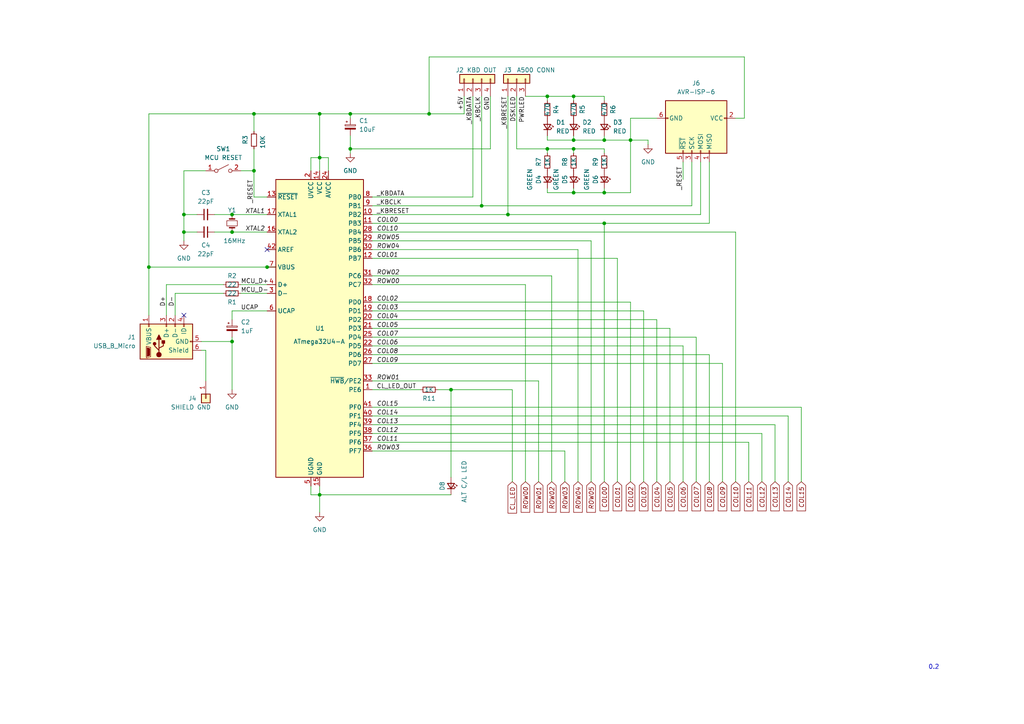
<source format=kicad_sch>
(kicad_sch (version 20230121) (generator eeschema)
  (paper "A4")
  (title_block (title "Keyboard controller"))
  (lib_symbols
    (symbol "Connector:AVR-ISP-6" (pin_names (offset 1.016))
      (property "Reference" "J" (at -6.35 11.43 0))
      (property "Value" "AVR-ISP-6" (at 0 11.43 0))
      (symbol "AVR-ISP-6_0_1"
        (rectangle (start -2.667 -6.858) (end -2.413 -7.62))
        (rectangle (start -2.667 10.16) (end -2.413 9.398))
        (rectangle (start 7.62 -2.413) (end 6.858 -2.667))
        (rectangle (start 7.62 0.127) (end 6.858 -0.127))
        (rectangle (start 7.62 2.667) (end 6.858 2.413))
        (rectangle (start 7.62 5.207) (end 6.858 4.953))
        (rectangle (start 7.62 10.16) (end -7.62 -7.62) (stroke (width 0.254)) (fill (type background)))
      )
      (symbol "AVR-ISP-6_1_1"
        (pin passive line (at 10.16 5.08 180) (length 2.54) (name "MISO") (number "1"))
        (pin passive line (at -2.54 12.7 270) (length 2.54) (name "VCC") (number "2"))
        (pin passive line (at 10.16 0 180) (length 2.54) (name "SCK") (number "3"))
        (pin passive line (at 10.16 2.54 180) (length 2.54) (name "MOSI") (number "4"))
        (pin passive line (at 10.16 -2.54 180) (length 2.54) (name "~{RST}") (number "5"))
        (pin passive line (at -2.54 -10.16 90) (length 2.54) (name "GND") (number "6"))
      )
    )
    (symbol "Connector:USB_B_Micro" (pin_names (offset 1.016))
      (property "Reference" "J" (at -5.08 11.43 0))
      (property "Value" "USB_B_Micro" (at -5.08 8.89 0))
      (symbol "USB_B_Micro_0_1"
        (rectangle (start -5.08 -7.62) (end 5.08 7.62) (stroke (width 0.254)) (fill (type background)))
        (circle (center -3.81 2.159) (radius 0.635) (stroke (width 0.254)) (fill (type outline)))
        (circle (center -0.635 3.429) (radius 0.381) (stroke (width 0.254)) (fill (type outline)))
        (rectangle (start -0.127 -7.62) (end 0.127 -6.858))
        (polyline (pts (xy -1.905 2.159) (xy 0.635 2.159)) (stroke (width 0.254)))
        (polyline (pts (xy -3.175 2.159) (xy -2.54 2.159) (xy -1.27 3.429) (xy -0.635 3.429)) (stroke (width 0.254)))
        (polyline (pts (xy -2.54 2.159) (xy -1.905 2.159) (xy -1.27 0.889) (xy 0 0.889)) (stroke (width 0.254)))
        (polyline (pts (xy 0.635 2.794) (xy 0.635 1.524) (xy 1.905 2.159) (xy 0.635 2.794)) (stroke (width 0.254)) (fill (type outline)))
        (polyline (pts (xy -4.318 5.588) (xy -1.778 5.588) (xy -2.032 4.826) (xy -4.064 4.826) (xy -4.318 5.588)) (fill (type outline)))
        (polyline (pts (xy -4.699 5.842) (xy -4.699 5.588) (xy -4.445 4.826) (xy -4.445 4.572) (xy -1.651 4.572) (xy -1.651 4.826) (xy -1.397 5.588) (xy -1.397 5.842) (xy -4.699 5.842)))
        (rectangle (start 0.254 1.27) (end -0.508 0.508) (stroke (width 0.254)) (fill (type outline)))
        (rectangle (start 5.08 -5.207) (end 4.318 -4.953))
        (rectangle (start 5.08 -2.667) (end 4.318 -2.413))
        (rectangle (start 5.08 -0.127) (end 4.318 0.127))
        (rectangle (start 5.08 4.953) (end 4.318 5.207))
      )
      (symbol "USB_B_Micro_1_1"
        (pin power_out line (at 7.62 5.08 180) (length 2.54) (name "VBUS") (number "1"))
        (pin bidirectional line (at 7.62 -2.54 180) (length 2.54) (name "D-") (number "2"))
        (pin bidirectional line (at 7.62 0 180) (length 2.54) (name "D+") (number "3"))
        (pin passive line (at 7.62 -5.08 180) (length 2.54) (name "ID") (number "4"))
        (pin power_out line (at 0 -10.16 90) (length 2.54) (name "GND") (number "5"))
        (pin passive line (at -2.54 -10.16 90) (length 2.54) (name "Shield") (number "6"))
      )
    )
    (symbol "Connector_Generic:Conn_01x01" (pin_names (offset 1.016) hide)
      (property "Reference" "J" (at 0 2.54 0))
      (property "Value" "Conn_01x01" (at 0 -2.54 0))
      (symbol "Conn_01x01_1_1"
        (rectangle (start -1.27 0.127) (end 0 -0.127) (stroke (width 0.1524)))
        (rectangle (start -1.27 1.27) (end 1.27 -1.27) (stroke (width 0.254)) (fill (type background)))
        (pin passive line (at -5.08 0 0) (length 3.81) (name "Pin_1") (number "1"))
      )
    )
    (symbol "Connector_Generic:Conn_01x03" (pin_names (offset 1.016) hide)
      (property "Reference" "J" (at 0 5.08 0))
      (property "Value" "Conn_01x03" (at 0 -5.08 0))
      (symbol "Conn_01x03_1_1"
        (rectangle (start -1.27 -2.413) (end 0 -2.667) (stroke (width 0.1524)))
        (rectangle (start -1.27 0.127) (end 0 -0.127) (stroke (width 0.1524)))
        (rectangle (start -1.27 2.667) (end 0 2.413) (stroke (width 0.1524)))
        (rectangle (start -1.27 3.81) (end 1.27 -3.81) (stroke (width 0.254)) (fill (type background)))
        (pin passive line (at -5.08 2.54 0) (length 3.81) (name "Pin_1") (number "1"))
        (pin passive line (at -5.08 0 0) (length 3.81) (name "Pin_2") (number "2"))
        (pin passive line (at -5.08 -2.54 0) (length 3.81) (name "Pin_3") (number "3"))
      )
    )
    (symbol "Connector_Generic:Conn_01x04" (pin_names (offset 1.016) hide)
      (property "Reference" "J" (at 0 5.08 0))
      (property "Value" "Conn_01x04" (at 0 -7.62 0))
      (symbol "Conn_01x04_1_1"
        (rectangle (start -1.27 -4.953) (end 0 -5.207) (stroke (width 0.1524)))
        (rectangle (start -1.27 -2.413) (end 0 -2.667) (stroke (width 0.1524)))
        (rectangle (start -1.27 0.127) (end 0 -0.127) (stroke (width 0.1524)))
        (rectangle (start -1.27 2.667) (end 0 2.413) (stroke (width 0.1524)))
        (rectangle (start -1.27 3.81) (end 1.27 -6.35) (stroke (width 0.254)) (fill (type background)))
        (pin passive line (at -5.08 2.54 0) (length 3.81) (name "Pin_1") (number "1"))
        (pin passive line (at -5.08 0 0) (length 3.81) (name "Pin_2") (number "2"))
        (pin passive line (at -5.08 -2.54 0) (length 3.81) (name "Pin_3") (number "3"))
        (pin passive line (at -5.08 -5.08 0) (length 3.81) (name "Pin_4") (number "4"))
      )
    )
    (symbol "Device:C_Polarized_Small" (pin_numbers hide) (pin_names (offset 0.254) hide)
      (property "Reference" "C" (at 0.254 1.778 0))
      (property "Value" "C_Polarized_Small" (at 0.254 -2.032 0))
      (symbol "C_Polarized_Small_0_1"
        (rectangle (start -1.524 -0.3048) (end 1.524 -0.6858) (fill (type outline)))
        (rectangle (start -1.524 0.6858) (end 1.524 0.3048))
        (polyline (pts (xy -1.27 1.524) (xy -0.762 1.524)))
        (polyline (pts (xy -1.016 1.27) (xy -1.016 1.778)))
      )
      (symbol "C_Polarized_Small_1_1"
        (pin passive line (at 0 2.54 270) (length 1.8542) (name "~") (number "1"))
        (pin passive line (at 0 -2.54 90) (length 1.8542) (name "~") (number "2"))
      )
    )
    (symbol "Device:C_Small" (pin_numbers hide) (pin_names (offset 0.254) hide)
      (property "Reference" "C" (at 0.254 1.778 0))
      (property "Value" "C_Small" (at 0.254 -2.032 0))
      (symbol "C_Small_0_1"
        (polyline (pts (xy -1.524 -0.508) (xy 1.524 -0.508)) (stroke (width 0.3302)))
        (polyline (pts (xy -1.524 0.508) (xy 1.524 0.508)) (stroke (width 0.3048)))
      )
      (symbol "C_Small_1_1"
        (pin passive line (at 0 2.54 270) (length 2.032) (name "~") (number "1"))
        (pin passive line (at 0 -2.54 90) (length 2.032) (name "~") (number "2"))
      )
    )
    (symbol "Device:Crystal_Small" (pin_numbers hide) (pin_names (offset 1.016) hide)
      (property "Reference" "Y" (at 0 2.54 0))
      (property "Value" "Crystal_Small" (at 0 -2.54 0))
      (symbol "Crystal_Small_0_1"
        (rectangle (start -0.762 -1.524) (end 0.762 1.524))
        (polyline (pts (xy -1.27 -0.762) (xy -1.27 0.762)) (stroke (width 0.381)))
        (polyline (pts (xy 1.27 -0.762) (xy 1.27 0.762)) (stroke (width 0.381)))
      )
      (symbol "Crystal_Small_1_1"
        (pin passive line (at -2.54 0 0) (length 1.27) (name "1") (number "1"))
        (pin passive line (at 2.54 0 180) (length 1.27) (name "2") (number "2"))
      )
    )
    (symbol "Device:LED_Small" (pin_numbers hide) (pin_names (offset 0.254) hide)
      (property "Reference" "D" (at -1.27 3.175 0))
      (property "Value" "LED_Small" (at -4.445 -2.54 0))
      (symbol "LED_Small_0_1"
        (polyline (pts (xy -0.762 -1.016) (xy -0.762 1.016)) (stroke (width 0.254)))
        (polyline (pts (xy 1.016 0) (xy -0.762 0)))
        (polyline (pts (xy 0.762 -1.016) (xy -0.762 0) (xy 0.762 1.016) (xy 0.762 -1.016)) (stroke (width 0.254)))
        (polyline (pts (xy 0 0.762) (xy -0.508 1.27) (xy -0.254 1.27) (xy -0.508 1.27) (xy -0.508 1.016)))
        (polyline (pts (xy 0.508 1.27) (xy 0 1.778) (xy 0.254 1.778) (xy 0 1.778) (xy 0 1.524)))
      )
      (symbol "LED_Small_1_1"
        (pin passive line (at -2.54 0 0) (length 1.778) (name "K") (number "1"))
        (pin passive line (at 2.54 0 180) (length 1.778) (name "A") (number "2"))
      )
    )
    (symbol "Device:R_Small" (pin_numbers hide) (pin_names (offset 0.254) hide)
      (property "Reference" "R" (at 0.762 0.508 0))
      (property "Value" "R_Small" (at 0.762 -1.016 0))
      (symbol "R_Small_0_1"
        (rectangle (start -0.762 1.778) (end 0.762 -1.778) (stroke (width 0.2032)))
      )
      (symbol "R_Small_1_1"
        (pin passive line (at 0 2.54 270) (length 0.762) (name "~") (number "1"))
        (pin passive line (at 0 -2.54 90) (length 0.762) (name "~") (number "2"))
      )
    )
    (symbol "MCU_Microchip_ATmega:ATmega32U4-A"
      (property "Reference" "U" (at -12.7 44.45 0))
      (property "Value" "ATmega32U4-A" (at 2.54 -44.45 0))
      (symbol "ATmega32U4-A_0_1"
        (rectangle (start -12.7 -43.18) (end 12.7 43.18) (stroke (width 0.254)) (fill (type background)))
      )
      (symbol "ATmega32U4-A_1_1"
        (pin bidirectional line (at 15.24 -17.78 180) (length 2.54) (name "PE6") (number "1"))
        (pin bidirectional line (at 15.24 33.02 180) (length 2.54) (name "PB2") (number "10"))
        (pin bidirectional line (at 15.24 30.48 180) (length 2.54) (name "PB3") (number "11"))
        (pin bidirectional line (at 15.24 20.32 180) (length 2.54) (name "PB7") (number "12"))
        (pin input line (at -15.24 38.1 0) (length 2.54) (name "~{RESET}") (number "13"))
        (pin power_in line (at 0 45.72 270) (length 2.54) (name "VCC") (number "14"))
        (pin power_in line (at 0 -45.72 90) (length 2.54) (name "GND") (number "15"))
        (pin output line (at -15.24 27.94 0) (length 2.54) (name "XTAL2") (number "16"))
        (pin input line (at -15.24 33.02 0) (length 2.54) (name "XTAL1") (number "17"))
        (pin bidirectional line (at 15.24 7.62 180) (length 2.54) (name "PD0") (number "18"))
        (pin bidirectional line (at 15.24 5.08 180) (length 2.54) (name "PD1") (number "19"))
        (pin power_in line (at -2.54 45.72 270) (length 2.54) (name "UVCC") (number "2"))
        (pin bidirectional line (at 15.24 2.54 180) (length 2.54) (name "PD2") (number "20"))
        (pin bidirectional line (at 15.24 0 180) (length 2.54) (name "PD3") (number "21"))
        (pin bidirectional line (at 15.24 -5.08 180) (length 2.54) (name "PD5") (number "22"))
        (pin passive line (at 0 -45.72 90) (length 2.54) hide (name "GND") (number "23"))
        (pin power_in line (at 2.54 45.72 270) (length 2.54) (name "AVCC") (number "24"))
        (pin bidirectional line (at 15.24 -2.54 180) (length 2.54) (name "PD4") (number "25"))
        (pin bidirectional line (at 15.24 -7.62 180) (length 2.54) (name "PD6") (number "26"))
        (pin bidirectional line (at 15.24 -10.16 180) (length 2.54) (name "PD7") (number "27"))
        (pin bidirectional line (at 15.24 27.94 180) (length 2.54) (name "PB4") (number "28"))
        (pin bidirectional line (at 15.24 25.4 180) (length 2.54) (name "PB5") (number "29"))
        (pin bidirectional line (at -15.24 10.16 0) (length 2.54) (name "D-") (number "3"))
        (pin bidirectional line (at 15.24 22.86 180) (length 2.54) (name "PB6") (number "30"))
        (pin bidirectional line (at 15.24 15.24 180) (length 2.54) (name "PC6") (number "31"))
        (pin bidirectional line (at 15.24 12.7 180) (length 2.54) (name "PC7") (number "32"))
        (pin bidirectional line (at 15.24 -15.24 180) (length 2.54) (name "~{HWB}/PE2") (number "33"))
        (pin passive line (at 0 45.72 270) (length 2.54) hide (name "VCC") (number "34"))
        (pin passive line (at 0 -45.72 90) (length 2.54) hide (name "GND") (number "35"))
        (pin bidirectional line (at 15.24 -35.56 180) (length 2.54) (name "PF7") (number "36"))
        (pin bidirectional line (at 15.24 -33.02 180) (length 2.54) (name "PF6") (number "37"))
        (pin bidirectional line (at 15.24 -30.48 180) (length 2.54) (name "PF5") (number "38"))
        (pin bidirectional line (at 15.24 -27.94 180) (length 2.54) (name "PF4") (number "39"))
        (pin bidirectional line (at -15.24 12.7 0) (length 2.54) (name "D+") (number "4"))
        (pin bidirectional line (at 15.24 -25.4 180) (length 2.54) (name "PF1") (number "40"))
        (pin bidirectional line (at 15.24 -22.86 180) (length 2.54) (name "PF0") (number "41"))
        (pin passive line (at -15.24 22.86 0) (length 2.54) (name "AREF") (number "42"))
        (pin passive line (at 0 -45.72 90) (length 2.54) hide (name "GND") (number "43"))
        (pin passive line (at 2.54 45.72 270) (length 2.54) hide (name "AVCC") (number "44"))
        (pin passive line (at -2.54 -45.72 90) (length 2.54) (name "UGND") (number "5"))
        (pin passive line (at -15.24 5.08 0) (length 2.54) (name "UCAP") (number "6"))
        (pin input line (at -15.24 17.78 0) (length 2.54) (name "VBUS") (number "7"))
        (pin bidirectional line (at 15.24 38.1 180) (length 2.54) (name "PB0") (number "8"))
        (pin bidirectional line (at 15.24 35.56 180) (length 2.54) (name "PB1") (number "9"))
      )
    )
    (symbol "Switch:SW_SPST" (pin_names (offset 0) hide)
      (property "Reference" "SW" (at 0 3.175 0))
      (property "Value" "SW_SPST" (at 0 -2.54 0))
      (symbol "SW_SPST_0_0"
        (circle (center -2.032 0) (radius 0.508))
        (polyline (pts (xy -1.524 0.254) (xy 1.524 1.778)))
        (circle (center 2.032 0) (radius 0.508))
      )
      (symbol "SW_SPST_1_1"
        (pin passive line (at -5.08 0 0) (length 2.54) (name "A") (number "1"))
        (pin passive line (at 5.08 0 180) (length 2.54) (name "B") (number "2"))
      )
    )
    (symbol "power:GND" (power) (pin_names (offset 0))
      (property "Value" "GND" (at 0 -3.81 0))
      (symbol "GND_0_1"
        (polyline (pts (xy 0 0) (xy 0 -1.27) (xy 1.27 -1.27) (xy 0 -2.54) (xy -1.27 -1.27) (xy 0 -1.27)))
      )
      (symbol "GND_1_1"
        (pin power_in line (at 0 0 270) (length 0) hide (name "GND") (number "1"))
      )
    )
  )
  (junction (at 166.37 40.64))
  (junction (at 175.26 64.77))
  (junction (at 182.88 40.64))
  (junction (at 166.37 55.88))
  (junction (at 67.31 67.31))
  (junction (at 130.81 113.03))
  (junction (at 139.7 59.69))
  (junction (at 67.31 62.23))
  (junction (at 101.6 43.18))
  (junction (at 73.66 33.02))
  (junction (at 158.75 43.18))
  (junction (at 147.32 62.23))
  (junction (at 53.34 62.23))
  (junction (at 77.47 77.47))
  (junction (at 158.75 27.94))
  (junction (at 67.31 99.06))
  (junction (at 92.71 45.72))
  (junction (at 92.71 33.02))
  (junction (at 124.46 33.02))
  (junction (at 43.18 77.47))
  (junction (at 73.66 49.53))
  (junction (at 92.71 143.51))
  (junction (at 166.37 27.94))
  (junction (at 53.34 67.31))
  (junction (at 175.26 40.64))
  (junction (at 166.37 43.18))
  (junction (at 175.26 55.88))
  (junction (at 101.6 33.02))
  (no_connect (at 77.47 72.39))
  (no_connect (at 53.34 91.44))
  (wire (pts (xy 107.95 64.77) (xy 175.26 64.77)))
  (wire (pts (xy 220.98 125.73) (xy 220.98 139.7)))
  (wire (pts (xy 224.79 123.19) (xy 107.95 123.19)))
  (wire (pts (xy 149.86 43.18) (xy 158.75 43.18)))
  (wire (pts (xy 80.01 77.47) (xy 77.47 77.47)))
  (wire (pts (xy 101.6 34.29) (xy 101.6 33.02)))
  (wire (pts (xy 107.95 105.41) (xy 209.55 105.41)))
  (wire (pts (xy 59.69 49.53) (xy 53.34 49.53)))
  (wire (pts (xy 107.95 87.63) (xy 182.88 87.63)))
  (wire (pts (xy 158.75 54.61) (xy 158.75 55.88)))
  (wire (pts (xy 62.23 67.31) (xy 67.31 67.31)))
  (wire (pts (xy 166.37 55.88) (xy 166.37 54.61)))
  (wire (pts (xy 175.26 43.18) (xy 175.26 44.45)))
  (wire (pts (xy 186.69 90.17) (xy 186.69 139.7)))
  (wire (pts (xy 107.95 57.15) (xy 137.16 57.15)))
  (wire (pts (xy 107.95 100.33) (xy 198.12 100.33)))
  (wire (pts (xy 166.37 27.94) (xy 175.26 27.94)))
  (wire (pts (xy 67.31 97.79) (xy 67.31 99.06)))
  (wire (pts (xy 101.6 43.18) (xy 142.24 43.18)))
  (wire (pts (xy 92.71 143.51) (xy 92.71 148.59)))
  (wire (pts (xy 73.66 57.15) (xy 77.47 57.15)))
  (wire (pts (xy 175.26 64.77) (xy 205.74 64.77)))
  (wire (pts (xy 205.74 102.87) (xy 205.74 139.7)))
  (wire (pts (xy 175.26 40.64) (xy 182.88 40.64)))
  (wire (pts (xy 43.18 77.47) (xy 77.47 77.47)))
  (wire (pts (xy 67.31 90.17) (xy 67.31 92.71)))
  (wire (pts (xy 205.74 64.77) (xy 205.74 46.99)))
  (wire (pts (xy 90.17 143.51) (xy 92.71 143.51)))
  (wire (pts (xy 107.95 82.55) (xy 152.4 82.55)))
  (wire (pts (xy 67.31 99.06) (xy 67.31 113.03)))
  (wire (pts (xy 224.79 139.7) (xy 224.79 123.19)))
  (wire (pts (xy 58.42 101.6) (xy 59.69 101.6)))
  (wire (pts (xy 43.18 33.02) (xy 43.18 77.47)))
  (wire (pts (xy 209.55 105.41) (xy 209.55 139.7)))
  (wire (pts (xy 158.75 27.94) (xy 166.37 27.94)))
  (wire (pts (xy 107.95 69.85) (xy 171.45 69.85)))
  (wire (pts (xy 134.62 33.02) (xy 134.62 27.94)))
  (wire (pts (xy 101.6 43.18) (xy 101.6 44.45)))
  (wire (pts (xy 156.21 139.7) (xy 156.21 110.49)))
  (wire (pts (xy 90.17 49.53) (xy 90.17 45.72)))
  (wire (pts (xy 57.15 67.31) (xy 53.34 67.31)))
  (wire (pts (xy 190.5 34.29) (xy 182.88 34.29)))
  (wire (pts (xy 158.75 55.88) (xy 166.37 55.88)))
  (wire (pts (xy 137.16 57.15) (xy 137.16 27.94)))
  (wire (pts (xy 107.95 97.79) (xy 201.93 97.79)))
  (wire (pts (xy 64.77 85.09) (xy 50.8 85.09)))
  (wire (pts (xy 53.34 49.53) (xy 53.34 62.23)))
  (wire (pts (xy 166.37 43.18) (xy 166.37 44.45)))
  (wire (pts (xy 139.7 59.69) (xy 139.7 27.94)))
  (wire (pts (xy 187.96 40.64) (xy 187.96 41.91)))
  (wire (pts (xy 166.37 39.37) (xy 166.37 40.64)))
  (wire (pts (xy 67.31 90.17) (xy 77.47 90.17)))
  (wire (pts (xy 198.12 46.99) (xy 198.12 52.07)))
  (wire (pts (xy 107.95 67.31) (xy 213.36 67.31)))
  (wire (pts (xy 92.71 143.51) (xy 130.81 143.51)))
  (wire (pts (xy 124.46 33.02) (xy 124.46 16.51)))
  (wire (pts (xy 107.95 72.39) (xy 167.64 72.39)))
  (wire (pts (xy 62.23 62.23) (xy 67.31 62.23)))
  (wire (pts (xy 67.31 67.31) (xy 77.47 67.31)))
  (wire (pts (xy 139.7 59.69) (xy 200.66 59.69)))
  (wire (pts (xy 48.26 82.55) (xy 48.26 91.44)))
  (wire (pts (xy 50.8 85.09) (xy 50.8 91.44)))
  (wire (pts (xy 158.75 43.18) (xy 166.37 43.18)))
  (wire (pts (xy 213.36 67.31) (xy 213.36 139.7)))
  (wire (pts (xy 182.88 40.64) (xy 187.96 40.64)))
  (wire (pts (xy 107.95 74.93) (xy 179.07 74.93)))
  (wire (pts (xy 166.37 40.64) (xy 175.26 40.64)))
  (wire (pts (xy 182.88 87.63) (xy 182.88 139.7)))
  (wire (pts (xy 175.26 64.77) (xy 175.26 139.7)))
  (wire (pts (xy 158.75 29.21) (xy 158.75 27.94)))
  (wire (pts (xy 90.17 45.72) (xy 92.71 45.72)))
  (wire (pts (xy 166.37 40.64) (xy 158.75 40.64)))
  (wire (pts (xy 92.71 140.97) (xy 92.71 143.51)))
  (wire (pts (xy 107.95 102.87) (xy 205.74 102.87)))
  (wire (pts (xy 158.75 40.64) (xy 158.75 39.37)))
  (wire (pts (xy 200.66 59.69) (xy 200.66 46.99)))
  (wire (pts (xy 92.71 45.72) (xy 92.71 33.02)))
  (wire (pts (xy 69.85 85.09) (xy 77.47 85.09)))
  (wire (pts (xy 175.26 55.88) (xy 182.88 55.88)))
  (wire (pts (xy 182.88 34.29) (xy 182.88 40.64)))
  (wire (pts (xy 43.18 77.47) (xy 43.18 91.44)))
  (wire (pts (xy 59.69 101.6) (xy 59.69 110.49)))
  (wire (pts (xy 194.31 95.25) (xy 194.31 139.7)))
  (wire (pts (xy 107.95 130.81) (xy 163.83 130.81)))
  (wire (pts (xy 124.46 33.02) (xy 134.62 33.02)))
  (wire (pts (xy 175.26 54.61) (xy 175.26 55.88)))
  (wire (pts (xy 175.26 27.94) (xy 175.26 29.21)))
  (wire (pts (xy 107.95 125.73) (xy 220.98 125.73)))
  (wire (pts (xy 152.4 27.94) (xy 158.75 27.94)))
  (wire (pts (xy 147.32 62.23) (xy 147.32 27.94)))
  (wire (pts (xy 182.88 55.88) (xy 182.88 40.64)))
  (wire (pts (xy 152.4 82.55) (xy 152.4 139.7)))
  (wire (pts (xy 130.81 113.03) (xy 130.81 138.43)))
  (wire (pts (xy 73.66 49.53) (xy 73.66 57.15)))
  (wire (pts (xy 130.81 113.03) (xy 148.59 113.03)))
  (wire (pts (xy 73.66 33.02) (xy 73.66 38.1)))
  (wire (pts (xy 53.34 67.31) (xy 53.34 62.23)))
  (wire (pts (xy 163.83 130.81) (xy 163.83 139.7)))
  (wire (pts (xy 160.02 80.01) (xy 160.02 139.7)))
  (wire (pts (xy 90.17 140.97) (xy 90.17 143.51)))
  (wire (pts (xy 107.95 90.17) (xy 186.69 90.17)))
  (wire (pts (xy 166.37 43.18) (xy 175.26 43.18)))
  (wire (pts (xy 228.6 120.65) (xy 228.6 139.7)))
  (wire (pts (xy 92.71 45.72) (xy 95.25 45.72)))
  (wire (pts (xy 101.6 39.37) (xy 101.6 43.18)))
  (wire (pts (xy 107.95 118.11) (xy 232.41 118.11)))
  (wire (pts (xy 127 113.03) (xy 130.81 113.03)))
  (wire (pts (xy 73.66 33.02) (xy 43.18 33.02)))
  (wire (pts (xy 149.86 27.94) (xy 149.86 43.18)))
  (wire (pts (xy 107.95 113.03) (xy 121.92 113.03)))
  (wire (pts (xy 217.17 139.7) (xy 217.17 128.27)))
  (wire (pts (xy 166.37 55.88) (xy 175.26 55.88)))
  (wire (pts (xy 92.71 49.53) (xy 92.71 45.72)))
  (wire (pts (xy 53.34 62.23) (xy 57.15 62.23)))
  (wire (pts (xy 69.85 82.55) (xy 77.47 82.55)))
  (wire (pts (xy 67.31 62.23) (xy 77.47 62.23)))
  (wire (pts (xy 175.26 39.37) (xy 175.26 40.64)))
  (wire (pts (xy 107.95 59.69) (xy 139.7 59.69)))
  (wire (pts (xy 190.5 92.71) (xy 190.5 139.7)))
  (wire (pts (xy 64.77 82.55) (xy 48.26 82.55)))
  (wire (pts (xy 107.95 62.23) (xy 147.32 62.23)))
  (wire (pts (xy 107.95 92.71) (xy 190.5 92.71)))
  (wire (pts (xy 69.85 49.53) (xy 73.66 49.53)))
  (wire (pts (xy 167.64 72.39) (xy 167.64 139.7)))
  (wire (pts (xy 142.24 27.94) (xy 142.24 43.18)))
  (wire (pts (xy 158.75 43.18) (xy 158.75 44.45)))
  (wire (pts (xy 95.25 45.72) (xy 95.25 49.53)))
  (wire (pts (xy 166.37 29.21) (xy 166.37 27.94)))
  (wire (pts (xy 232.41 118.11) (xy 232.41 139.7)))
  (wire (pts (xy 203.2 62.23) (xy 147.32 62.23)))
  (wire (pts (xy 107.95 80.01) (xy 160.02 80.01)))
  (wire (pts (xy 58.42 99.06) (xy 67.31 99.06)))
  (wire (pts (xy 213.36 34.29) (xy 215.9 34.29)))
  (wire (pts (xy 107.95 95.25) (xy 194.31 95.25)))
  (wire (pts (xy 198.12 100.33) (xy 198.12 139.7)))
  (wire (pts (xy 201.93 97.79) (xy 201.93 139.7)))
  (wire (pts (xy 124.46 16.51) (xy 215.9 16.51)))
  (wire (pts (xy 179.07 74.93) (xy 179.07 139.7)))
  (wire (pts (xy 107.95 110.49) (xy 156.21 110.49)))
  (wire (pts (xy 92.71 33.02) (xy 101.6 33.02)))
  (wire (pts (xy 215.9 16.51) (xy 215.9 34.29)))
  (wire (pts (xy 107.95 120.65) (xy 228.6 120.65)))
  (wire (pts (xy 101.6 33.02) (xy 124.46 33.02)))
  (wire (pts (xy 73.66 33.02) (xy 92.71 33.02)))
  (wire (pts (xy 203.2 46.99) (xy 203.2 62.23)))
  (wire (pts (xy 53.34 67.31) (xy 53.34 69.85)))
  (wire (pts (xy 171.45 69.85) (xy 171.45 139.7)))
  (wire (pts (xy 73.66 43.18) (xy 73.66 49.53)))
  (wire (pts (xy 217.17 128.27) (xy 107.95 128.27)))
  (wire (pts (xy 148.59 113.03) (xy 148.59 139.7)))
  (text "0.2" (at 269.24 194.31 0) (effects (font (size 1.27 1.27)) (justify left bottom)))
  (label "COL13" (at 109.22 123.19 0) (effects (font italic)))
  (label "ROW03" (at 109.22 130.81 0) (effects (font italic)))
  (label "_RESET" (at 198.12 48.26 270))
  (label "COL03" (at 109.22 90.17 0) (effects (font italic)))
  (label "ROW01" (at 109.22 110.49 0) (effects (font italic)))
  (label "COL05" (at 109.22 95.25 0) (effects (font italic)))
  (label "ROW04" (at 109.22 72.39 0) (effects (font italic)))
  (label "XTAL1" (at 71.12 62.23 0) (effects (font italic)))
  (label "XTAL2" (at 71.12 67.31 0) (effects (font italic)))
  (label "+5V" (at 134.62 27.94 270))
  (label "_KBDATA" (at 137.16 27.94 270))
  (label "_KBCLK" (at 109.22 59.69 0))
  (label "_KBRESET" (at 109.22 62.23 0))
  (label "COL06" (at 109.22 100.33 0) (effects (font italic)))
  (label "COL02" (at 109.22 87.63 0) (effects (font italic)))
  (label "COL09" (at 109.22 105.41 0) (effects (font italic)))
  (label "MCU_D+" (at 69.85 82.55 0))
  (label "_KBCLK" (at 139.7 27.94 270))
  (label "ROW05" (at 109.22 69.85 0) (effects (font italic)))
  (label "COL07" (at 109.22 97.79 0) (effects (font italic)))
  (label "COL01" (at 109.22 74.93 0) (effects (font italic)))
  (label "COL08" (at 109.22 102.87 0) (effects (font italic)))
  (label "DSKLED" (at 149.86 27.94 270))
  (label "D-" (at 50.8 88.9 90))
  (label "CL_LED_OUT" (at 109.22 113.03 0))
  (label "GND" (at 142.24 27.94 270))
  (label "COL12" (at 109.22 125.73 0) (effects (font italic)))
  (label "COL10" (at 109.22 67.31 0) (effects (font italic)))
  (label "PWRLED" (at 152.4 27.94 270))
  (label "D+" (at 48.26 88.9 90))
  (label "UCAP" (at 69.85 90.17 0))
  (label "MCU_D-" (at 69.85 85.09 0))
  (label "COL15" (at 109.22 118.11 0) (effects (font italic)))
  (label "_KBRESET" (at 147.32 27.94 270))
  (label "COL11" (at 109.22 128.27 0) (effects (font italic)))
  (label "COL00" (at 109.22 64.77 0) (effects (font italic)))
  (label "COL14" (at 109.22 120.65 0) (effects (font italic)))
  (label "ROW02" (at 109.22 80.01 0) (effects (font italic)))
  (label "_RESET" (at 73.66 52.07 270))
  (label "COL04" (at 109.22 92.71 0) (effects (font italic)))
  (label "ROW00" (at 109.22 82.55 0) (effects (font italic)))
  (label "_KBDATA" (at 109.22 57.15 0))
  (global_label "COL05" (shape input) (at 194.31 139.7 270) (effects (font italic)) (property "Intersheetrefs" "${INTERSHEET_REFS}" (effects hide)))
  (global_label "COL11" (shape input) (at 217.17 139.7 270) (effects (font italic)) (property "Intersheetrefs" "${INTERSHEET_REFS}" (effects hide)))
  (global_label "COL14" (shape input) (at 228.6 139.7 270) (effects (font italic)) (property "Intersheetrefs" "${INTERSHEET_REFS}" (effects hide)))
  (global_label "COL12" (shape input) (at 220.98 139.7 270) (effects (font italic)) (property "Intersheetrefs" "${INTERSHEET_REFS}" (effects hide)))
  (global_label "ROW05" (shape input) (at 171.45 139.7 270) (effects (font italic)) (property "Intersheetrefs" "${INTERSHEET_REFS}" (effects hide)))
  (global_label "COL09" (shape input) (at 209.55 139.7 270) (effects (font italic)) (property "Intersheetrefs" "${INTERSHEET_REFS}" (effects hide)))
  (global_label "ROW04" (shape input) (at 167.64 139.7 270) (effects (font italic)) (property "Intersheetrefs" "${INTERSHEET_REFS}" (effects hide)))
  (global_label "CL_LED" (shape input) (at 148.59 139.7 270) (property "Intersheetrefs" "${INTERSHEET_REFS}" (effects hide)))
  (global_label "COL10" (shape input) (at 213.36 139.7 270) (effects (font italic)) (property "Intersheetrefs" "${INTERSHEET_REFS}" (effects hide)))
  (global_label "COL15" (shape input) (at 232.41 139.7 270) (effects (font italic)) (property "Intersheetrefs" "${INTERSHEET_REFS}" (effects hide)))
  (global_label "COL07" (shape input) (at 201.93 139.7 270) (effects (font italic)) (property "Intersheetrefs" "${INTERSHEET_REFS}" (effects hide)))
  (global_label "COL02" (shape input) (at 182.88 139.7 270) (effects (font italic)) (property "Intersheetrefs" "${INTERSHEET_REFS}" (effects hide)))
  (global_label "COL04" (shape input) (at 190.5 139.7 270) (effects (font italic)) (property "Intersheetrefs" "${INTERSHEET_REFS}" (effects hide)))
  (global_label "COL13" (shape input) (at 224.79 139.7 270) (effects (font italic)) (property "Intersheetrefs" "${INTERSHEET_REFS}" (effects hide)))
  (global_label "COL00" (shape input) (at 175.26 139.7 270) (effects (font italic)) (property "Intersheetrefs" "${INTERSHEET_REFS}" (effects hide)))
  (global_label "COL06" (shape input) (at 198.12 139.7 270) (effects (font italic)) (property "Intersheetrefs" "${INTERSHEET_REFS}" (effects hide)))
  (global_label "ROW01" (shape input) (at 156.21 139.7 270) (effects (font italic)) (property "Intersheetrefs" "${INTERSHEET_REFS}" (effects hide)))
  (global_label "ROW02" (shape input) (at 160.02 139.7 270) (effects (font italic)) (property "Intersheetrefs" "${INTERSHEET_REFS}" (effects hide)))
  (global_label "COL01" (shape input) (at 179.07 139.7 270) (effects (font italic)) (property "Intersheetrefs" "${INTERSHEET_REFS}" (effects hide)))
  (global_label "COL08" (shape input) (at 205.74 139.7 270) (effects (font italic)) (property "Intersheetrefs" "${INTERSHEET_REFS}" (effects hide)))
  (global_label "ROW00" (shape input) (at 152.4 139.7 270) (effects (font italic)) (property "Intersheetrefs" "${INTERSHEET_REFS}" (effects hide)))
  (global_label "ROW03" (shape input) (at 163.83 139.7 270) (effects (font italic)) (property "Intersheetrefs" "${INTERSHEET_REFS}" (effects hide)))
  (global_label "COL03" (shape input) (at 186.69 139.7 270) (effects (font italic)) (property "Intersheetrefs" "${INTERSHEET_REFS}" (effects hide)))
  (symbol (lib_id "Connector:AVR-ISP-6") (at 200.66 36.83 270) (unit 1)
    (property "Reference" "J6" (at 201.93 24.13 90))
    (property "Value" "AVR-ISP-6" (at 201.93 26.67 90))
    (property "Footprint" "Connector_PinHeader_2.54mm:PinHeader_2x03_P2.54mm_Vertical" (effects hide))
    (property "Datasheet" " ~" (effects hide))
  )
  (symbol (lib_id "Device:R_Small") (at 158.75 31.75 0) (unit 1)
    (property "Reference" "R4" (at 161.29 31.75 90))
    (property "Value" "470" (at 158.75 31.75 90))
    (property "Footprint" "Resistor_SMD:R_1206_3216Metric" (effects hide))
  )
  (symbol (lib_id "Device:R_Small") (at 158.75 46.99 0) (unit 1)
    (property "Reference" "R7" (at 156.21 46.99 90))
    (property "Value" "1K" (at 158.75 46.99 90))
    (property "Footprint" "Resistor_SMD:R_1206_3216Metric" (effects hide))
  )
  (symbol (lib_id "Device:R_Small") (at 175.26 31.75 0) (unit 1)
    (property "Reference" "R6" (at 177.8 31.75 90))
    (property "Value" "470" (at 175.26 31.75 90))
    (property "Footprint" "Resistor_SMD:R_1206_3216Metric" (effects hide))
  )
  (symbol (lib_id "Device:LED_Small") (at 175.26 36.83 270) (mirror x) (unit 1)
    (property "Reference" "D3" (at 177.8 35.4964 90) (effects (justify left)))
    (property "Value" "RED" (at 177.8 38.0364 90) (effects (justify left)))
    (property "Footprint" "LED_THT:LED_Rectangular_W5.0mm_H2.0mm" (effects hide))
  )
  (symbol (lib_id "power:GND") (at 101.6 44.45 0) (unit 1)
    (property "Reference" "#PWR0105" (effects hide))
    (property "Value" "GND" (at 101.6 49.53 0))
  )
  (symbol (lib_id "Device:R_Small") (at 67.31 85.09 90) (unit 1)
    (property "Reference" "R1" (at 67.31 87.63 90))
    (property "Value" "22" (at 67.31 85.09 90))
    (property "Footprint" "Resistor_SMD:R_1206_3216Metric" (effects hide))
  )
  (symbol (lib_id "Connector:USB_B_Micro") (at 48.26 99.06 90) (unit 1)
    (property "Reference" "J1" (at 39.37 97.7899 90) (effects (justify left)))
    (property "Value" "USB_B_Micro" (at 39.37 100.3299 90) (effects (justify left)))
    (property "Footprint" "Connector_USB:USB_Micro-B_Wuerth_629105150521_CircularHoles" (effects hide))
  )
  (symbol (lib_id "Device:C_Polarized_Small") (at 67.31 95.25 0) (unit 1)
    (property "Reference" "C2" (at 69.85 93.4338 0) (effects (justify left)))
    (property "Value" "1uF" (at 69.85 95.9738 0) (effects (justify left)))
    (property "Footprint" "Capacitor_Tantalum_SMD:CP_EIA-3216-18_Kemet-A" (effects hide))
  )
  (symbol (lib_id "Device:C_Small") (at 59.69 67.31 270) (mirror x) (unit 1)
    (property "Reference" "C4" (at 59.69 71.12 90))
    (property "Value" "22pF" (at 59.69 73.66 90))
    (property "Footprint" "Capacitor_SMD:C_1206_3216Metric" (effects hide))
  )
  (symbol (lib_id "Connector_Generic:Conn_01x03") (at 149.86 22.86 90) (unit 1)
    (property "Reference" "J3" (at 146.05 20.32 90) (effects (justify right)))
    (property "Value" "A500 CONN" (at 149.86 20.32 90) (effects (justify right)))
    (property "Footprint" "Connector_Wire:SolderWire-0.25sqmm_1x03_P4.2mm_D0.65mm_OD1.7mm" (effects hide))
  )
  (symbol (lib_id "Device:LED_Small") (at 166.37 52.07 270) (mirror x) (unit 1)
    (property "Reference" "D5" (at 163.83 52.07 0))
    (property "Value" "GREEN" (at 161.29 52.07 0))
    (property "Footprint" "LED_THT:LED_Rectangular_W5.0mm_H2.0mm" (effects hide))
  )
  (symbol (lib_id "Device:LED_Small") (at 158.75 52.07 270) (mirror x) (unit 1)
    (property "Reference" "D4" (at 156.21 52.07 0))
    (property "Value" "GREEN" (at 153.67 52.07 0))
    (property "Footprint" "LED_THT:LED_Rectangular_W5.0mm_H2.0mm" (effects hide))
  )
  (symbol (lib_id "Device:R_Small") (at 73.66 40.64 0) (unit 1)
    (property "Reference" "R3" (at 71.12 41.91 90) (effects (justify left)))
    (property "Value" "10K" (at 76.2 43.18 90) (effects (justify left)))
    (property "Footprint" "Resistor_SMD:R_1206_3216Metric" (effects hide))
  )
  (symbol (lib_id "Device:R_Small") (at 67.31 82.55 90) (unit 1)
    (property "Reference" "R2" (at 67.31 80.01 90))
    (property "Value" "22" (at 67.31 82.55 90))
    (property "Footprint" "Resistor_SMD:R_1206_3216Metric" (effects hide))
  )
  (symbol (lib_id "Connector_Generic:Conn_01x04") (at 137.16 22.86 90) (unit 1)
    (property "Reference" "J2" (at 133.35 20.32 90))
    (property "Value" "KBD OUT" (at 139.7 20.32 90))
    (property "Footprint" "Connector_Wire:SolderWire-0.25sqmm_1x04_P4.2mm_D0.65mm_OD1.7mm" (effects hide))
  )
  (symbol (lib_id "Device:R_Small") (at 166.37 46.99 0) (unit 1)
    (property "Reference" "R8" (at 163.83 46.99 90))
    (property "Value" "1K" (at 166.37 46.99 90))
    (property "Footprint" "Resistor_SMD:R_1206_3216Metric" (effects hide))
  )
  (symbol (lib_id "Connector_Generic:Conn_01x01") (at 59.69 115.57 270) (unit 1)
    (property "Reference" "J4" (at 54.61 115.57 90) (effects (justify left)))
    (property "Value" "SHIELD GND" (at 49.53 118.11 90) (effects (justify left)))
    (property "Footprint" "Connector_Wire:SolderWire-2.5sqmm_1x01_D2.4mm_OD4.4mm" (effects hide))
  )
  (symbol (lib_id "Device:Crystal_Small") (at 67.31 64.77 90) (unit 1)
    (property "Reference" "Y1" (at 66.04 60.96 90) (effects (justify right)))
    (property "Value" "16MHz" (at 64.77 69.85 90) (effects (justify right)))
    (property "Footprint" "Crystal:Crystal_HC49-U_Vertical" (effects hide))
  )
  (symbol (lib_id "Device:C_Small") (at 59.69 62.23 90) (unit 1)
    (property "Reference" "C3" (at 59.6963 55.88 90))
    (property "Value" "22pF" (at 59.6963 58.42 90))
    (property "Footprint" "Capacitor_SMD:C_1206_3216Metric" (effects hide))
  )
  (symbol (lib_id "power:GND") (at 53.34 69.85 0) (unit 1)
    (property "Reference" "#PWR0103" (effects hide))
    (property "Value" "GND" (at 53.34 74.93 0))
  )
  (symbol (lib_id "power:GND") (at 67.31 113.03 0) (unit 1)
    (property "Reference" "#PWR0102" (effects hide))
    (property "Value" "GND" (at 67.31 118.11 0))
  )
  (symbol (lib_id "Device:LED_Small") (at 130.81 140.97 270) (mirror x) (unit 1)
    (property "Reference" "D8" (at 128.27 140.97 0))
    (property "Value" "ALT C/L LED" (at 134.62 139.7 0))
    (property "Footprint" "LED_THT:LED_D3.0mm" (effects hide))
  )
  (symbol (lib_id "Device:R_Small") (at 166.37 31.75 0) (unit 1)
    (property "Reference" "R5" (at 168.91 31.75 90))
    (property "Value" "470" (at 166.37 31.75 90))
    (property "Footprint" "Resistor_SMD:R_1206_3216Metric" (effects hide))
  )
  (symbol (lib_id "Device:R_Small") (at 124.46 113.03 90) (unit 1)
    (property "Reference" "R11" (at 124.46 115.57 90))
    (property "Value" "1K" (at 124.46 113.03 90))
    (property "Footprint" "Resistor_SMD:R_1206_3216Metric" (effects hide))
  )
  (symbol (lib_id "power:GND") (at 187.96 41.91 0) (unit 1)
    (property "Reference" "#PWR0104" (effects hide))
    (property "Value" "GND" (at 187.96 46.99 0))
  )
  (symbol (lib_id "Device:LED_Small") (at 175.26 52.07 270) (mirror x) (unit 1)
    (property "Reference" "D6" (at 172.72 52.07 0))
    (property "Value" "GREEN" (at 170.18 52.07 0))
    (property "Footprint" "LED_THT:LED_Rectangular_W5.0mm_H2.0mm" (effects hide))
  )
  (symbol (lib_id "MCU_Microchip_ATmega:ATmega32U4-A") (at 92.71 95.25 0) (unit 1)
    (property "Reference" "U1" (at 91.44 95.25 0) (effects (justify left)))
    (property "Value" "ATmega32U4-A" (at 85.09 99.06 0) (effects (justify left)))
    (property "Footprint" "Package_QFP:TQFP-44_10x10mm_P0.8mm" (effects hide))
    (property "Datasheet" "http://ww1.microchip.com/downloads/en/DeviceDoc/Atmel-7766-8-bit-AVR-ATmega16U4-32U4_Datasheet.pdf" (effects hide))
  )
  (symbol (lib_id "Device:LED_Small") (at 158.75 36.83 270) (mirror x) (unit 1)
    (property "Reference" "D1" (at 161.29 35.4964 90) (effects (justify left)))
    (property "Value" "RED" (at 161.29 38.0364 90) (effects (justify left)))
    (property "Footprint" "LED_THT:LED_Rectangular_W5.0mm_H2.0mm" (effects hide))
  )
  (symbol (lib_id "Device:LED_Small") (at 166.37 36.83 270) (mirror x) (unit 1)
    (property "Reference" "D2" (at 168.91 35.4964 90) (effects (justify left)))
    (property "Value" "RED" (at 168.91 38.0364 90) (effects (justify left)))
    (property "Footprint" "LED_THT:LED_Rectangular_W5.0mm_H2.0mm" (effects hide))
  )
  (symbol (lib_id "Device:C_Polarized_Small") (at 101.6 36.83 0) (unit 1)
    (property "Reference" "C1" (at 104.14 35.0138 0) (effects (justify left)))
    (property "Value" "10uF" (at 104.14 37.5538 0) (effects (justify left)))
    (property "Footprint" "Capacitor_Tantalum_SMD:CP_EIA-7343-31_Kemet-D" (effects hide))
  )
  (symbol (lib_id "Switch:SW_SPST") (at 64.77 49.53 0) (unit 1)
    (property "Reference" "SW1" (at 64.77 43.18 0))
    (property "Value" "MCU RESET" (at 64.77 45.72 0))
    (property "Footprint" "Button_Switch_THT:SW_PUSH_6mm" (effects hide))
  )
  (symbol (lib_id "Device:R_Small") (at 175.26 46.99 0) (unit 1)
    (property "Reference" "R9" (at 172.72 46.99 90))
    (property "Value" "1K" (at 175.26 46.99 90))
    (property "Footprint" "Resistor_SMD:R_1206_3216Metric" (effects hide))
  )
  (symbol (lib_id "power:GND") (at 92.71 148.59 0) (unit 1)
    (property "Reference" "#PWR0106" (effects hide))
    (property "Value" "GND" (at 92.71 153.67 0))
  )
)
</source>
